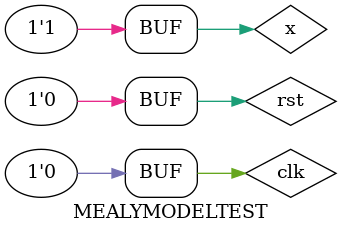
<source format=v>
`timescale 1ns / 1ps


module MEALYMODELTEST;

	// Inputs
	reg x;
	reg rst;
	reg clk;

	// Outputs
	wire y;

	// Instantiate the Unit Under Test (UUT)
	MEALYMODEL uut (
		.x(x), 
		.rst(rst), 
		.clk(clk), 
		.y(y)
	);

	initial begin
		// Initialize Inputs
		x = 0;
		rst = 0;
		clk = 0;

		// Wait 100 ns for global reset to finish
		#100 rst=1;x=0;
		#100 rst=0;x=0;
		#100 x=1;
        
		// Add stimulus here

	end
      
endmodule


</source>
